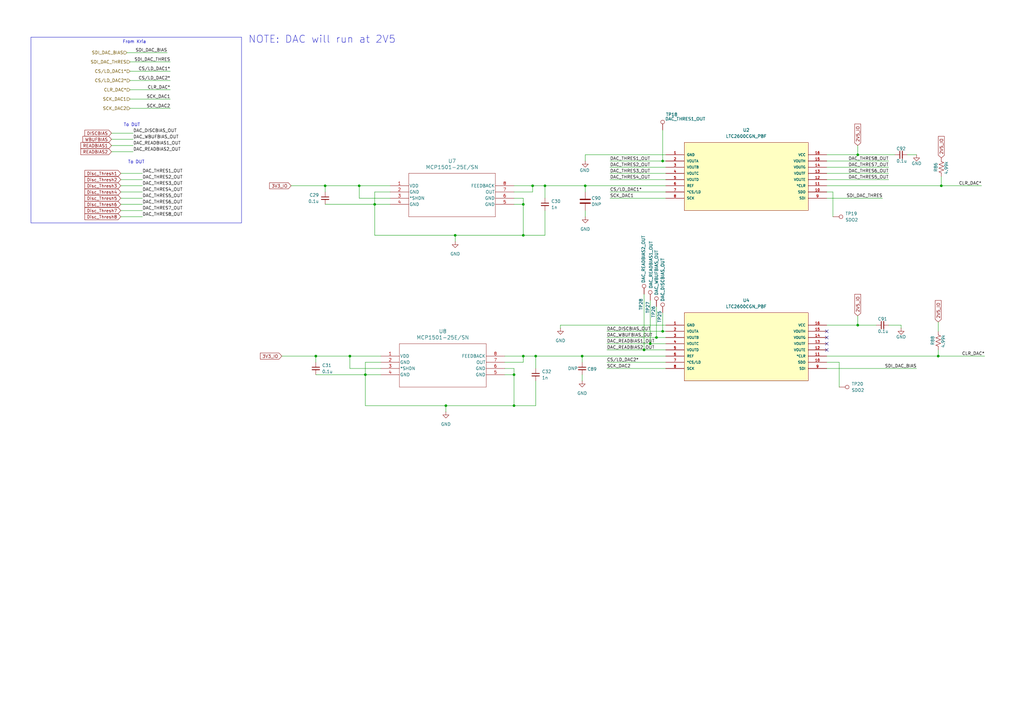
<source format=kicad_sch>
(kicad_sch (version 20250114) (generator "eeschema") (generator_version "9.0")
  (paper "A3")
  (lib_symbols
    (symbol "Connector:TestPoint" (pin_numbers (hide yes)) (pin_names (offset 0.762) (hide yes))
      (property "Reference" "TP" (at 0 6.858 0))
      (property "Value" "TestPoint" (at 0 5.08 0))
      (symbol "TestPoint_0_1"
        (circle (center 0 3.302) (radius 0.762))
      )
      (symbol "TestPoint_1_1"
        (pin passive line (at 0 0 90) (length 2.54) (name "1") (number "1"))
      )
    )
    (symbol "Device:C" (pin_numbers (hide yes)) (pin_names (offset 0.254))
      (property "Reference" "C" (at 0.635 2.54 0))
      (property "Value" "C" (at 0.635 -2.54 0))
      (symbol "C_0_1"
        (polyline (pts (xy -2.032 0.762) (xy 2.032 0.762)) (stroke (width 0.508)))
        (polyline (pts (xy -2.032 -0.762) (xy 2.032 -0.762)) (stroke (width 0.508)))
      )
      (symbol "C_1_1"
        (pin passive line (at 0 3.81 270) (length 2.794) (name "~") (number "1"))
        (pin passive line (at 0 -3.81 90) (length 2.794) (name "~") (number "2"))
      )
    )
    (symbol "Device:C_Small" (pin_numbers (hide yes)) (pin_names (offset 0.254) (hide yes))
      (property "Reference" "C" (at 0.254 1.778 0))
      (property "Value" "C_Small" (at 0.254 -2.032 0))
      (symbol "C_Small_0_1"
        (polyline (pts (xy -1.524 0.508) (xy 1.524 0.508)) (stroke (width 0.3048)))
        (polyline (pts (xy -1.524 -0.508) (xy 1.524 -0.508)) (stroke (width 0.3302)))
      )
      (symbol "C_Small_1_1"
        (pin passive line (at 0 2.54 270) (length 2.032) (name "~") (number "1"))
        (pin passive line (at 0 -2.54 90) (length 2.032) (name "~") (number "2"))
      )
    )
    (symbol "Device:R_US" (pin_numbers (hide yes)) (pin_names (offset 0))
      (property "Reference" "R" (at 2.54 0 90))
      (property "Value" "R_US" (at -2.54 0 90))
      (symbol "R_US_0_1"
        (polyline (pts (xy 0 2.286) (xy 0 2.54)))
        (polyline (pts (xy 0 2.286) (xy 1.016 1.905) (xy 0 1.524) (xy -1.016 1.143) (xy 0 0.762)))
        (polyline (pts (xy 0 0.762) (xy 1.016 0.381) (xy 0 0) (xy -1.016 -0.381) (xy 0 -0.762)))
        (polyline (pts (xy 0 -0.762) (xy 1.016 -1.143) (xy 0 -1.524) (xy -1.016 -1.905) (xy 0 -2.286)))
        (polyline (pts (xy 0 -2.286) (xy 0 -2.54)))
      )
      (symbol "R_US_1_1"
        (pin passive line (at 0 3.81 270) (length 1.27) (name "~") (number "1"))
        (pin passive line (at 0 -3.81 90) (length 1.27) (name "~") (number "2"))
      )
    )
    (symbol "MCP1501-25E_SN_1" (pin_names (offset 0.254))
      (property "Reference" "U" (at 25.4 10.16 0))
      (property "Value" "MCP1501-25E/SN" (at 25.4 7.62 0))
      (symbol "MCP1501-25E_SN_1_0_1"
        (polyline (pts (xy 7.62 5.08) (xy 7.62 -12.7)) (stroke (width 0.127)))
        (polyline (pts (xy 7.62 -12.7) (xy 43.18 -12.7)) (stroke (width 0.127)))
        (polyline (pts (xy 43.18 5.08) (xy 7.62 5.08)) (stroke (width 0.127)))
        (polyline (pts (xy 43.18 -12.7) (xy 43.18 5.08)) (stroke (width 0.127)))
        (pin power_in line (at 0 0 0) (length 7.62) (name "VDD") (number "1"))
        (pin input line (at 0 -5.08 0) (length 7.62) (name "*SHDN") (number "3"))
        (pin input line (at 50.8 0 180) (length 7.62) (name "FEEDBACK") (number "8"))
        (pin output line (at 50.8 -2.54 180) (length 7.62) (name "OUT") (number "7"))
      )
      (symbol "MCP1501-25E_SN_1_1_1"
        (pin power_in line (at 0 -2.54 0) (length 7.62) (name "GND") (number "2"))
        (pin power_in line (at 0 -7.62 0) (length 7.62) (name "GND") (number "4"))
        (pin power_in line (at 50.8 -5.08 180) (length 7.62) (name "GND") (number "6"))
        (pin power_in line (at 50.8 -7.62 180) (length 7.62) (name "GND") (number "5"))
      )
    )
    (symbol "PSEC5_ctrlbd:LTC2600CGN_PBF" (pin_names (offset 1.016))
      (property "Reference" "U" (at 28.2956 9.1186 0))
      (property "Value" "LTC2600CGN_PBF" (at 27.6606 6.5786 0))
      (symbol "LTC2600CGN_PBF_0_0"
        (rectangle (start 7.62 -22.86) (end 58.42 5.08) (stroke (width 0.1524)) (fill (type background)))
        (pin power_in line (at 0 0 0) (length 7.62) (name "GND") (number "1"))
        (pin output line (at 0 -2.54 0) (length 7.62) (name "VOUTA") (number "2"))
        (pin output line (at 0 -5.08 0) (length 7.62) (name "VOUTB") (number "3"))
        (pin output line (at 0 -7.62 0) (length 7.62) (name "VOUTC") (number "4"))
        (pin output line (at 0 -10.16 0) (length 7.62) (name "VOUTD") (number "5"))
        (pin input line (at 0 -12.7 0) (length 7.62) (name "REF") (number "6"))
        (pin input line (at 0 -15.24 0) (length 7.62) (name "*CS/LD") (number "7"))
        (pin input line (at 0 -17.78 0) (length 7.62) (name "SCK") (number "8"))
        (pin power_in line (at 66.04 0 180) (length 7.62) (name "VCC") (number "16"))
        (pin output line (at 66.04 -2.54 180) (length 7.62) (name "VOUTH") (number "15"))
        (pin output line (at 66.04 -5.08 180) (length 7.62) (name "VOUTG") (number "14"))
        (pin output line (at 66.04 -7.62 180) (length 7.62) (name "VOUTF") (number "13"))
        (pin output line (at 66.04 -10.16 180) (length 7.62) (name "VOUTE") (number "12"))
        (pin input line (at 66.04 -12.7 180) (length 7.62) (name "*CLR") (number "11"))
        (pin output line (at 66.04 -15.24 180) (length 7.62) (name "SDO") (number "10"))
        (pin input line (at 66.04 -17.78 180) (length 7.62) (name "SDI") (number "9"))
      )
    )
    (symbol "power:GND" (power) (pin_numbers (hide yes)) (pin_names (offset 0) (hide yes))
      (property "Value" "GND" (at 0 -3.81 0))
      (symbol "GND_0_1"
        (polyline (pts (xy 0 0) (xy 0 -1.27) (xy 1.27 -1.27) (xy 0 -2.54) (xy -1.27 -1.27) (xy 0 -1.27)))
      )
      (symbol "GND_1_1"
        (pin power_in line (at 0 0 270) (length 0) (name "~") (number "1"))
      )
    )
  )
  (rectangle (start 12.7 15.24) (end 99.06 91.44))
  (text "From Kria" (at 55.118 17.272 0) (effects (font (size 1.27 1.27))))
  (text "NOTE: DAC will run at 2V5\n" (at 132.08 16.256 0) (effects (font (size 3 3))))
  (text "To DUT\n" (at 55.88 66.548 0) (effects (font (size 1.27 1.27))))
  (text "To DUT" (at 54.102 51.308 0) (effects (font (size 1.27 1.27))))
  (junction (at 271.78 135.89))
  (junction (at 218.44 76.2))
  (junction (at 384.81 146.05))
  (junction (at 264.16 143.51))
  (junction (at 133.35 76.2))
  (junction (at 214.63 146.05))
  (junction (at 214.63 83.82))
  (junction (at 351.79 133.35))
  (junction (at 386.08 76.2))
  (junction (at 219.71 146.05))
  (junction (at 266.7 140.97))
  (junction (at 186.69 96.52))
  (junction (at 210.82 153.67))
  (junction (at 182.88 166.37))
  (junction (at 240.03 76.2))
  (junction (at 271.78 66.04))
  (junction (at 149.86 153.67))
  (junction (at 147.32 76.2))
  (junction (at 143.51 146.05))
  (junction (at 223.52 76.2))
  (junction (at 214.63 96.52))
  (junction (at 269.24 138.43))
  (junction (at 238.76 146.05))
  (junction (at 210.82 166.37))
  (junction (at 351.79 63.5))
  (junction (at 129.54 146.05))
  (junction (at 153.67 83.82))
  (no_connect (at 339.09 143.51))
  (no_connect (at 339.09 138.43))
  (no_connect (at 339.09 140.97))
  (no_connect (at 339.09 135.89))
  (wire (pts (xy 69.85 29.21) (xy 53.34 29.21)))
  (wire (pts (xy 129.54 146.05) (xy 143.51 146.05)))
  (wire (pts (xy 210.82 151.13) (xy 210.82 153.67)))
  (wire (pts (xy 248.92 148.59) (xy 273.05 148.59)))
  (wire (pts (xy 351.79 133.35) (xy 359.41 133.35)))
  (wire (pts (xy 153.67 83.82) (xy 160.02 83.82)))
  (wire (pts (xy 351.79 63.5) (xy 367.03 63.5)))
  (wire (pts (xy 386.08 72.39) (xy 386.08 76.2)))
  (wire (pts (xy 58.42 81.28) (xy 49.53 81.28)))
  (wire (pts (xy 271.78 66.04) (xy 273.05 66.04)))
  (wire (pts (xy 207.01 151.13) (xy 210.82 151.13)))
  (wire (pts (xy 223.52 76.2) (xy 240.03 76.2)))
  (wire (pts (xy 264.16 120.65) (xy 264.16 143.51)))
  (wire (pts (xy 264.16 143.51) (xy 273.05 143.51)))
  (wire (pts (xy 240.03 63.5) (xy 273.05 63.5)))
  (wire (pts (xy 248.92 135.89) (xy 271.78 135.89)))
  (wire (pts (xy 160.02 81.28) (xy 147.32 81.28)))
  (wire (pts (xy 153.67 96.52) (xy 153.67 83.82)))
  (wire (pts (xy 210.82 153.67) (xy 210.82 166.37)))
  (wire (pts (xy 266.7 140.97) (xy 273.05 140.97)))
  (wire (pts (xy 238.76 153.67) (xy 238.76 156.21)))
  (wire (pts (xy 250.19 66.04) (xy 271.78 66.04)))
  (wire (pts (xy 339.09 81.28) (xy 361.95 81.28)))
  (wire (pts (xy 218.44 76.2) (xy 223.52 76.2)))
  (wire (pts (xy 339.09 146.05) (xy 384.81 146.05)))
  (wire (pts (xy 384.81 132.08) (xy 384.81 135.89)))
  (wire (pts (xy 53.34 25.4) (xy 69.85 25.4)))
  (wire (pts (xy 69.85 44.45) (xy 53.34 44.45)))
  (wire (pts (xy 207.01 146.05) (xy 214.63 146.05)))
  (wire (pts (xy 223.52 96.52) (xy 214.63 96.52)))
  (wire (pts (xy 238.76 146.05) (xy 273.05 146.05)))
  (wire (pts (xy 219.71 166.37) (xy 210.82 166.37)))
  (wire (pts (xy 149.86 153.67) (xy 156.21 153.67)))
  (wire (pts (xy 129.54 146.05) (xy 129.54 148.59)))
  (wire (pts (xy 240.03 66.04) (xy 240.03 63.5)))
  (wire (pts (xy 339.09 133.35) (xy 351.79 133.35)))
  (wire (pts (xy 351.79 129.54) (xy 351.79 133.35)))
  (wire (pts (xy 69.85 36.83) (xy 53.34 36.83)))
  (wire (pts (xy 339.09 76.2) (xy 386.08 76.2)))
  (wire (pts (xy 147.32 81.28) (xy 147.32 76.2)))
  (wire (pts (xy 69.85 33.02) (xy 53.34 33.02)))
  (wire (pts (xy 386.08 76.2) (xy 402.59 76.2)))
  (wire (pts (xy 266.7 123.19) (xy 266.7 140.97)))
  (wire (pts (xy 344.17 148.59) (xy 344.17 158.75)))
  (wire (pts (xy 341.63 78.74) (xy 339.09 78.74)))
  (wire (pts (xy 210.82 78.74) (xy 218.44 78.74)))
  (wire (pts (xy 143.51 146.05) (xy 156.21 146.05)))
  (wire (pts (xy 248.92 151.13) (xy 273.05 151.13)))
  (wire (pts (xy 186.69 96.52) (xy 214.63 96.52)))
  (wire (pts (xy 271.78 128.27) (xy 271.78 135.89)))
  (wire (pts (xy 54.61 59.69) (xy 45.72 59.69)))
  (wire (pts (xy 269.24 125.73) (xy 269.24 138.43)))
  (wire (pts (xy 219.71 146.05) (xy 219.71 151.13)))
  (wire (pts (xy 143.51 151.13) (xy 143.51 146.05)))
  (wire (pts (xy 273.05 133.35) (xy 229.87 133.35)))
  (wire (pts (xy 214.63 148.59) (xy 214.63 146.05)))
  (wire (pts (xy 219.71 146.05) (xy 238.76 146.05)))
  (wire (pts (xy 339.09 68.58) (xy 364.49 68.58)))
  (wire (pts (xy 214.63 83.82) (xy 214.63 96.52)))
  (wire (pts (xy 52.07 21.59) (xy 68.58 21.59)))
  (wire (pts (xy 229.87 133.35) (xy 229.87 134.62)))
  (wire (pts (xy 339.09 151.13) (xy 375.92 151.13)))
  (wire (pts (xy 218.44 78.74) (xy 218.44 76.2)))
  (wire (pts (xy 248.92 138.43) (xy 269.24 138.43)))
  (wire (pts (xy 364.49 133.35) (xy 369.57 133.35)))
  (wire (pts (xy 240.03 86.36) (xy 240.03 88.9)))
  (wire (pts (xy 250.19 81.28) (xy 273.05 81.28)))
  (wire (pts (xy 341.63 78.74) (xy 341.63 88.9)))
  (wire (pts (xy 250.19 78.74) (xy 273.05 78.74)))
  (wire (pts (xy 271.78 135.89) (xy 273.05 135.89)))
  (wire (pts (xy 58.42 73.66) (xy 49.53 73.66)))
  (wire (pts (xy 339.09 148.59) (xy 344.17 148.59)))
  (wire (pts (xy 54.61 62.23) (xy 45.72 62.23)))
  (wire (pts (xy 58.42 83.82) (xy 49.53 83.82)))
  (wire (pts (xy 58.42 86.36) (xy 49.53 86.36)))
  (wire (pts (xy 207.01 153.67) (xy 210.82 153.67)))
  (wire (pts (xy 339.09 63.5) (xy 351.79 63.5)))
  (wire (pts (xy 214.63 146.05) (xy 219.71 146.05)))
  (wire (pts (xy 210.82 81.28) (xy 214.63 81.28)))
  (wire (pts (xy 271.78 53.34) (xy 271.78 66.04)))
  (wire (pts (xy 238.76 146.05) (xy 238.76 148.59)))
  (wire (pts (xy 240.03 76.2) (xy 240.03 78.74)))
  (wire (pts (xy 240.03 76.2) (xy 273.05 76.2)))
  (wire (pts (xy 223.52 76.2) (xy 223.52 81.28)))
  (wire (pts (xy 133.35 76.2) (xy 133.35 78.74)))
  (wire (pts (xy 219.71 156.21) (xy 219.71 166.37)))
  (wire (pts (xy 58.42 76.2) (xy 49.53 76.2)))
  (wire (pts (xy 133.35 76.2) (xy 147.32 76.2)))
  (wire (pts (xy 384.81 143.51) (xy 384.81 146.05)))
  (wire (pts (xy 339.09 71.12) (xy 364.49 71.12)))
  (wire (pts (xy 58.42 71.12) (xy 49.53 71.12)))
  (wire (pts (xy 339.09 66.04) (xy 364.49 66.04)))
  (wire (pts (xy 339.09 73.66) (xy 364.49 73.66)))
  (wire (pts (xy 147.32 76.2) (xy 160.02 76.2)))
  (wire (pts (xy 186.69 96.52) (xy 153.67 96.52)))
  (wire (pts (xy 250.19 71.12) (xy 273.05 71.12)))
  (wire (pts (xy 269.24 138.43) (xy 273.05 138.43)))
  (wire (pts (xy 54.61 57.15) (xy 45.72 57.15)))
  (wire (pts (xy 156.21 151.13) (xy 143.51 151.13)))
  (wire (pts (xy 214.63 81.28) (xy 214.63 83.82)))
  (wire (pts (xy 149.86 166.37) (xy 149.86 153.67)))
  (wire (pts (xy 372.11 63.5) (xy 375.92 63.5)))
  (wire (pts (xy 210.82 166.37) (xy 182.88 166.37)))
  (wire (pts (xy 210.82 76.2) (xy 218.44 76.2)))
  (wire (pts (xy 207.01 148.59) (xy 214.63 148.59)))
  (wire (pts (xy 58.42 88.9) (xy 49.53 88.9)))
  (wire (pts (xy 119.38 76.2) (xy 133.35 76.2)))
  (wire (pts (xy 149.86 166.37) (xy 182.88 166.37)))
  (wire (pts (xy 248.92 140.97) (xy 266.7 140.97)))
  (wire (pts (xy 250.19 73.66) (xy 273.05 73.66)))
  (wire (pts (xy 384.81 146.05) (xy 403.86 146.05)))
  (wire (pts (xy 69.85 40.64) (xy 53.34 40.64)))
  (wire (pts (xy 133.35 83.82) (xy 153.67 83.82)))
  (wire (pts (xy 129.54 153.67) (xy 149.86 153.67)))
  (wire (pts (xy 153.67 83.82) (xy 153.67 78.74)))
  (wire (pts (xy 369.57 133.35) (xy 369.57 134.62)))
  (wire (pts (xy 149.86 148.59) (xy 156.21 148.59)))
  (wire (pts (xy 58.42 78.74) (xy 49.53 78.74)))
  (wire (pts (xy 54.61 54.61) (xy 45.72 54.61)))
  (wire (pts (xy 153.67 78.74) (xy 160.02 78.74)))
  (wire (pts (xy 250.19 68.58) (xy 273.05 68.58)))
  (wire (pts (xy 351.79 59.69) (xy 351.79 63.5)))
  (wire (pts (xy 149.86 153.67) (xy 149.86 148.59)))
  (wire (pts (xy 186.69 96.52) (xy 186.69 99.06)))
  (wire (pts (xy 210.82 83.82) (xy 214.63 83.82)))
  (wire (pts (xy 115.57 146.05) (xy 129.54 146.05)))
  (wire (pts (xy 182.88 166.37) (xy 182.88 168.91)))
  (wire (pts (xy 223.52 86.36) (xy 223.52 96.52)))
  (wire (pts (xy 248.92 143.51) (xy 264.16 143.51)))
  (label "DAC_THRES8_OUT" (at 58.42 88.9 0))
  (label "CLR_DAC*" (at 402.59 76.2 180))
  (label "CLR_DAC*" (at 69.85 36.83 180))
  (label "DAC_READBIAS2_OUT" (at 54.61 62.23 0))
  (label "SCK_DAC1" (at 69.85 40.64 180))
  (label "DAC_THRES6_OUT" (at 58.42 83.82 0))
  (label "DAC_THRES5_OUT" (at 58.42 81.28 0))
  (label "DAC_READBIAS1_OUT" (at 248.92 140.97 0))
  (label "SDI_DAC_THRES" (at 69.85 25.4 180))
  (label "CS{slash}LD_DAC1*" (at 69.85 29.21 180))
  (label "SCK_DAC2" (at 248.92 151.13 0))
  (label "CLR_DAC*" (at 403.86 146.05 180))
  (label "DAC_WBUFBIAS_OUT" (at 54.61 57.15 0))
  (label "DAC_THRES2_OUT" (at 250.19 68.58 0))
  (label "DAC_THRES3_OUT" (at 250.19 71.12 0))
  (label "SDI_DAC_BIAS" (at 375.92 151.13 180))
  (label "DAC_THRES1_OUT" (at 58.42 71.12 0))
  (label "DAC_THRES8_OUT" (at 364.49 66.04 180))
  (label "CS{slash}LD_DAC2*" (at 248.92 148.59 0))
  (label "DAC_THRES5_OUT" (at 364.49 73.66 180))
  (label "DAC_THRES7_OUT" (at 58.42 86.36 0))
  (label "SCK_DAC2" (at 69.85 44.45 180))
  (label "DAC_THRES6_OUT" (at 364.49 71.12 180))
  (label "CS{slash}LD_DAC2*" (at 69.85 33.02 180))
  (label "SDI_DAC_THRES" (at 361.95 81.28 180))
  (label "DAC_READBIAS2_OUT" (at 248.92 143.51 0))
  (label "DAC_THRES1_OUT" (at 250.19 66.04 0))
  (label "DAC_WBUFBIAS_OUT" (at 248.92 138.43 0))
  (label "SDI_DAC_BIAS" (at 68.58 21.59 180))
  (label "DAC_READBIAS1_OUT" (at 54.61 59.69 0))
  (label "DAC_THRES2_OUT" (at 58.42 73.66 0))
  (label "DAC_THRES4_OUT" (at 58.42 78.74 0))
  (label "CS{slash}LD_DAC1*" (at 250.19 78.74 0))
  (label "DAC_DISCBIAS_OUT" (at 248.92 135.89 0))
  (label "DAC_THRES7_OUT" (at 364.49 68.58 180))
  (label "DAC_THRES4_OUT" (at 250.19 73.66 0))
  (label "DAC_DISCBIAS_OUT" (at 54.61 54.61 0))
  (label "DAC_THRES3_OUT" (at 58.42 76.2 0))
  (label "SCK_DAC1" (at 250.19 81.28 0))
  (global_label "Disc_Thresh1" (shape input) (at 49.53 71.12 180) (property "Intersheetrefs" "${INTERSHEET_REFS}" (effects (hide yes))))
  (global_label "Disc_Thresh4" (shape input) (at 49.53 78.74 180) (property "Intersheetrefs" "${INTERSHEET_REFS}" (effects (hide yes))))
  (global_label "READBIAS1" (shape input) (at 45.72 59.69 180) (property "Intersheetrefs" "${INTERSHEET_REFS}" (effects (hide yes))))
  (global_label "Disc_Thresh8" (shape input) (at 49.53 88.9 180) (property "Intersheetrefs" "${INTERSHEET_REFS}" (effects (hide yes))))
  (global_label "Disc_Thresh2" (shape input) (at 49.53 73.66 180) (property "Intersheetrefs" "${INTERSHEET_REFS}" (effects (hide yes))))
  (global_label "Disc_Thresh7" (shape input) (at 49.53 86.36 180) (property "Intersheetrefs" "${INTERSHEET_REFS}" (effects (hide yes))))
  (global_label "2V5_IO" (shape input) (at 384.81 132.08 90) (property "Intersheetrefs" "${INTERSHEET_REFS}" (effects (hide yes))))
  (global_label "3V3_IO" (shape input) (at 115.57 146.05 180) (property "Intersheetrefs" "${INTERSHEET_REFS}" (effects (hide yes))))
  (global_label "Disc_Thresh6" (shape input) (at 49.53 83.82 180) (property "Intersheetrefs" "${INTERSHEET_REFS}" (effects (hide yes))))
  (global_label "Disc_Thresh5" (shape input) (at 49.53 81.28 180) (property "Intersheetrefs" "${INTERSHEET_REFS}" (effects (hide yes))))
  (global_label "DISCBIAS" (shape input) (at 45.72 54.61 180) (property "Intersheetrefs" "${INTERSHEET_REFS}" (effects (hide yes))))
  (global_label "2V5_IO" (shape input) (at 386.08 64.77 90) (property "Intersheetrefs" "${INTERSHEET_REFS}" (effects (hide yes))))
  (global_label "READBIAS2" (shape input) (at 45.72 62.23 180) (property "Intersheetrefs" "${INTERSHEET_REFS}" (effects (hide yes))))
  (global_label "2V5_IO" (shape input) (at 351.79 129.54 90) (property "Intersheetrefs" "${INTERSHEET_REFS}" (effects (hide yes))))
  (global_label "WBUFBIAS" (shape input) (at 45.72 57.15 180) (property "Intersheetrefs" "${INTERSHEET_REFS}" (effects (hide yes))))
  (global_label "2V5_IO" (shape input) (at 351.79 59.69 90) (property "Intersheetrefs" "${INTERSHEET_REFS}" (effects (hide yes))))
  (global_label "Disc_Thresh3" (shape input) (at 49.53 76.2 180) (property "Intersheetrefs" "${INTERSHEET_REFS}" (effects (hide yes))))
  (global_label "3V3_IO" (shape input) (at 119.38 76.2 180) (property "Intersheetrefs" "${INTERSHEET_REFS}" (effects (hide yes))))
  (hierarchical_label "CS{slash}LD_DAC1*" (shape input) (at 53.34 29.21 180))
  (hierarchical_label "SCK_DAC2" (shape input) (at 53.34 44.45 180))
  (hierarchical_label "SDI_DAC_THRES" (shape input) (at 53.34 25.4 180))
  (hierarchical_label "SCK_DAC1" (shape input) (at 53.34 40.64 180))
  (hierarchical_label "CLR_DAC*" (shape input) (at 53.34 36.83 180))
  (hierarchical_label "CS{slash}LD_DAC2*" (shape input) (at 53.34 33.02 180))
  (hierarchical_label "SDI_DAC_BIAS" (shape input) (at 52.07 21.59 180))
  (symbol (lib_id "Device:C_Small") (at 223.52 83.82 0) (unit 1)
    (property "Reference" "C30" (at 226.06 82.5562 0) (effects (justify left)))
    (property "Value" "1n" (at 226.06 85.0962 0) (effects (justify left)))
    (property "Footprint" "Capacitor_SMD:C_0603_1608Metric" (effects (hide yes)))
    (property "Description" "Unpolarized capacitor, small symbol" (effects (hide yes)))
  )
  (symbol (lib_id "Device:C_Small") (at 129.54 151.13 0) (unit 1)
    (property "Reference" "C31" (at 132.08 149.8662 0) (effects (justify left)))
    (property "Value" "0.1u" (at 132.08 152.4062 0) (effects (justify left)))
    (property "Footprint" "Capacitor_SMD:C_0603_1608Metric" (effects (hide yes)))
    (property "Description" "Unpolarized capacitor, small symbol" (effects (hide yes)))
  )
  (symbol (lib_id "Device:C_Small") (at 369.57 63.5 90) (unit 1)
    (property "Reference" "C92" (at 369.57 60.96 90))
    (property "Value" "0.1u" (at 369.824 66.04 90))
    (property "Footprint" "Capacitor_SMD:C_0603_1608Metric" (effects (hide yes)))
    (property "Description" "Unpolarized capacitor, small symbol" (effects (hide yes)))
  )
  (symbol (lib_id "Connector:TestPoint") (at 264.16 120.65 0) (unit 1)
    (property "Reference" "TP28" (at 262.89 127.254 90) (effects (justify left)))
    (property "Value" "DAC_READBIAS2_OUT" (at 263.906 116.078 90) (effects (justify left)))
    (property "Footprint" "TestPoint:TestPoint_THTPad_1.5x1.5mm_Drill0.7mm" (effects (hide yes)))
    (property "Description" "test point" (effects (hide yes)))
  )
  (symbol (lib_id "Device:R_US") (at 386.08 68.58 180) (unit 1)
    (property "Reference" "R86" (at 383.794 68.58 90))
    (property "Value" "4.99k" (at 388.112 68.834 90))
    (property "Footprint" "Capacitor_SMD:C_0603_1608Metric" (effects (hide yes)))
    (property "Description" "Resistor, US symbol" (effects (hide yes)))
  )
  (symbol (lib_id "Connector:TestPoint") (at 341.63 88.9 270) (unit 1)
    (property "Reference" "TP19" (at 346.71 87.6299 90) (effects (justify left)))
    (property "Value" "SDO2" (at 346.71 90.1699 90) (effects (justify left)))
    (property "Footprint" "TestPoint:TestPoint_THTPad_1.5x1.5mm_Drill0.7mm" (effects (hide yes)))
    (property "Description" "test point" (effects (hide yes)))
  )
  (symbol (lib_id "power:GND") (at 238.76 156.21 0) (unit 1)
    (property "Reference" "#PWR0111" (effects (hide yes)))
    (property "Value" "GND" (at 238.76 161.29 0))
    (property "Description" "Power symbol creates a global label with name \"GND\" , ground" (effects (hide yes)))
  )
  (symbol (lib_id "power:GND") (at 186.69 99.06 0) (unit 1)
    (property "Reference" "#PWR028" (effects (hide yes)))
    (property "Value" "GND" (at 186.69 104.14 0))
    (property "Description" "Power symbol creates a global label with name \"GND\" , ground" (effects (hide yes)))
  )
  (symbol (lib_id "power:GND") (at 240.03 88.9 0) (unit 1)
    (property "Reference" "#PWR030" (effects (hide yes)))
    (property "Value" "GND" (at 240.03 93.98 0))
    (property "Description" "Power symbol creates a global label with name \"GND\" , ground" (effects (hide yes)))
  )
  (symbol (lib_id "Device:C") (at 240.03 82.55 0) (unit 1)
    (property "Reference" "C90" (at 242.57 81.28 0) (effects (justify left)))
    (property "Value" "DNP" (at 242.57 83.82 0) (effects (justify left)))
    (property "Footprint" "Capacitor_SMD:C_0603_1608Metric" (effects (hide yes)))
    (property "Description" "Unpolarized capacitor" (effects (hide yes)))
  )
  (symbol (lib_id "Device:C_Small") (at 219.71 153.67 0) (unit 1)
    (property "Reference" "C32" (at 222.25 152.4062 0) (effects (justify left)))
    (property "Value" "1n" (at 222.25 154.9462 0) (effects (justify left)))
    (property "Footprint" "Capacitor_SMD:C_0603_1608Metric" (effects (hide yes)))
    (property "Description" "Unpolarized capacitor, small symbol" (effects (hide yes)))
  )
  (symbol (lib_id "power:GND") (at 240.03 66.04 0) (unit 1)
    (property "Reference" "#PWR0112" (effects (hide yes)))
    (property "Value" "GND" (at 239.776 69.85 0))
    (property "Description" "Power symbol creates a global label with name \"GND\" , ground" (effects (hide yes)))
  )
  (symbol (lib_name "MCP1501-25E_SN_1") (lib_id "PSEC5_ctrlbd:MCP1501-25E_SN") (at 156.21 146.05 0) (unit 1)
    (property "Reference" "U8" (at 181.61 135.89 0) (effects (font (size 1.524 1.524))))
    (property "Value" "MCP1501-25E/SN" (at 181.61 138.43 0) (effects (font (size 1.524 1.524))))
    (property "Footprint" "MCP1501_25E_SN:SOIC8_NARROW_SN_MCH" (effects (hide yes)))
    (property "Datasheet" "MCP1501-25E/SN" (effects (hide yes)))
  )
  (symbol (lib_id "power:GND") (at 229.87 134.62 0) (unit 1)
    (property "Reference" "#PWR0110" (effects (hide yes)))
    (property "Value" "GND" (at 229.87 139.7 0))
    (property "Description" "Power symbol creates a global label with name \"GND\" , ground" (effects (hide yes)))
  )
  (symbol (lib_id "PSEC5_ctrlbd:LTC2600CGN_PBF") (at 273.05 133.35 0) (unit 1)
    (property "Reference" "U4" (at 306.07 123.19 0))
    (property "Value" "LTC2600CGN_PBF" (at 306.07 125.73 0))
    (property "Footprint" "LTC2600CGN_PBF:SSOP-16_GN" (effects (hide yes)))
    (property "MF" "Analog Devices" (effects (hide yes)))
    (property "VENDOR" "Linear Technology" (effects (hide yes)))
    (property "Description_1" "\nLinear Technology Ltc2600cgn#Pbf / Ic Dac Octal r-r 16bit 16ssop\n" (effects (hide yes)))
    (property "Package" "SSOP-16 Linear Technology" (effects (hide yes)))
    (property "Price" "None" (effects (hide yes)))
    (property "Check_prices" "https://www.snapeda.com/parts/LTC2600CGN%23PBF/Analog+Devices/view-part/?ref=eda" (effects (hide yes)))
    (property "SnapEDA_Link" "https://www.snapeda.com/parts/LTC2600CGN%23PBF/Analog+Devices/view-part/?ref=snap" (effects (hide yes)))
    (property "MP" "LTC2600CGN#PBF" (effects (hide yes)))
    (property "Availability" "In Stock" (effects (hide yes)))
    (property "MANUFACTURER_PART_NUMBER" "ltc2600cgn" (effects (hide yes)))
  )
  (symbol (lib_name "MCP1501-25E_SN_1") (lib_id "PSEC5_ctrlbd:MCP1501-25E_SN") (at 160.02 76.2 0) (unit 1)
    (property "Reference" "U7" (at 185.42 66.04 0) (effects (font (size 1.524 1.524))))
    (property "Value" "MCP1501-25E/SN" (at 185.42 68.58 0) (effects (font (size 1.524 1.524))))
    (property "Footprint" "MCP1501_25E_SN:SOIC8_NARROW_SN_MCH" (effects (hide yes)))
    (property "Datasheet" "MCP1501-25E/SN" (effects (hide yes)))
  )
  (symbol (lib_id "Connector:TestPoint") (at 271.78 53.34 0) (unit 1)
    (property "Reference" "TP18" (at 273.05 46.99 0) (effects (justify left)))
    (property "Value" "DAC_THRES1_OUT" (at 272.796 48.768 0) (effects (justify left)))
    (property "Footprint" "TestPoint:TestPoint_THTPad_1.5x1.5mm_Drill0.7mm" (effects (hide yes)))
    (property "Description" "test point" (effects (hide yes)))
  )
  (symbol (lib_id "Device:C_Small") (at 361.95 133.35 90) (unit 1)
    (property "Reference" "C91" (at 361.95 130.81 90))
    (property "Value" "0.1u" (at 362.204 135.89 90))
    (property "Footprint" "Capacitor_SMD:C_0603_1608Metric" (effects (hide yes)))
    (property "Description" "Unpolarized capacitor, small symbol" (effects (hide yes)))
  )
  (symbol (lib_id "Connector:TestPoint") (at 271.78 128.27 0) (unit 1)
    (property "Reference" "TP25" (at 270.51 132.334 90) (effects (justify left)))
    (property "Value" "DAC_DISCBIAS_OUT" (at 271.78 123.698 90) (effects (justify left)))
    (property "Footprint" "TestPoint:TestPoint_THTPad_1.5x1.5mm_Drill0.7mm" (effects (hide yes)))
    (property "Description" "test point" (effects (hide yes)))
  )
  (symbol (lib_id "power:GND") (at 375.92 63.5 0) (unit 1)
    (property "Reference" "#PWR0117" (effects (hide yes)))
    (property "Value" "GND" (at 375.92 67.056 0))
    (property "Description" "Power symbol creates a global label with name \"GND\" , ground" (effects (hide yes)))
  )
  (symbol (lib_id "Device:C_Small") (at 133.35 81.28 0) (mirror y) (unit 1)
    (property "Reference" "C29" (at 130.81 80.0162 0) (effects (justify left)))
    (property "Value" "0.1u" (at 130.81 82.5562 0) (effects (justify left)))
    (property "Footprint" "Capacitor_SMD:C_0603_1608Metric" (effects (hide yes)))
    (property "Description" "Unpolarized capacitor, small symbol" (effects (hide yes)))
  )
  (symbol (lib_id "PSEC5_ctrlbd:LTC2600CGN_PBF") (at 273.05 63.5 0) (unit 1)
    (property "Reference" "U2" (at 306.07 53.34 0))
    (property "Value" "LTC2600CGN_PBF" (at 306.07 55.88 0))
    (property "Footprint" "LTC2600CGN_PBF:SSOP-16_GN" (effects (hide yes)))
    (property "MF" "Analog Devices" (effects (hide yes)))
    (property "VENDOR" "Linear Technology" (effects (hide yes)))
    (property "Description_1" "\nLinear Technology Ltc2600cgn#Pbf / Ic Dac Octal r-r 16bit 16ssop\n" (effects (hide yes)))
    (property "Package" "SSOP-16 Linear Technology" (effects (hide yes)))
    (property "Price" "None" (effects (hide yes)))
    (property "Check_prices" "https://www.snapeda.com/parts/LTC2600CGN%23PBF/Analog+Devices/view-part/?ref=eda" (effects (hide yes)))
    (property "SnapEDA_Link" "https://www.snapeda.com/parts/LTC2600CGN%23PBF/Analog+Devices/view-part/?ref=snap" (effects (hide yes)))
    (property "MP" "LTC2600CGN#PBF" (effects (hide yes)))
    (property "Availability" "In Stock" (effects (hide yes)))
    (property "MANUFACTURER_PART_NUMBER" "ltc2600cgn" (effects (hide yes)))
  )
  (symbol (lib_id "power:GND") (at 369.57 134.62 0) (unit 1)
    (property "Reference" "#PWR0116" (effects (hide yes)))
    (property "Value" "GND" (at 369.57 138.176 0))
    (property "Description" "Power symbol creates a global label with name \"GND\" , ground" (effects (hide yes)))
  )
  (symbol (lib_id "Connector:TestPoint") (at 266.7 123.19 0) (unit 1)
    (property "Reference" "TP27" (at 265.684 128.524 90) (effects (justify left)))
    (property "Value" "DAC_READBIAS1_OUT" (at 266.954 118.364 90) (effects (justify left)))
    (property "Footprint" "TestPoint:TestPoint_THTPad_1.5x1.5mm_Drill0.7mm" (effects (hide yes)))
    (property "Description" "test point" (effects (hide yes)))
  )
  (symbol (lib_id "Connector:TestPoint") (at 344.17 158.75 270) (unit 1)
    (property "Reference" "TP20" (at 349.25 157.4799 90) (effects (justify left)))
    (property "Value" "SDO2" (at 349.25 160.0199 90) (effects (justify left)))
    (property "Footprint" "TestPoint:TestPoint_THTPad_1.5x1.5mm_Drill0.7mm" (effects (hide yes)))
    (property "Description" "test point" (effects (hide yes)))
  )
  (symbol (lib_id "Device:C_Small") (at 238.76 151.13 0) (unit 1)
    (property "Reference" "C89" (at 242.824 151.384 0))
    (property "Value" "DNP" (at 234.95 151.13 0))
    (property "Footprint" "Capacitor_SMD:C_0603_1608Metric" (effects (hide yes)))
    (property "Description" "Unpolarized capacitor, small symbol" (effects (hide yes)))
  )
  (symbol (lib_id "Connector:TestPoint") (at 269.24 125.73 0) (unit 1)
    (property "Reference" "TP26" (at 267.97 130.302 90) (effects (justify left)))
    (property "Value" "DAC_WBUFBIAS_OUT" (at 269.24 121.158 90) (effects (justify left)))
    (property "Footprint" "TestPoint:TestPoint_THTPad_1.5x1.5mm_Drill0.7mm" (effects (hide yes)))
    (property "Description" "test point" (effects (hide yes)))
  )
  (symbol (lib_id "power:GND") (at 182.88 168.91 0) (unit 1)
    (property "Reference" "#PWR033" (effects (hide yes)))
    (property "Value" "GND" (at 182.88 173.99 0))
    (property "Description" "Power symbol creates a global label with name \"GND\" , ground" (effects (hide yes)))
  )
  (symbol (lib_id "Device:R_US") (at 384.81 139.7 180) (unit 1)
    (property "Reference" "R88" (at 382.524 139.7 90))
    (property "Value" "4.99k" (at 386.842 139.954 90))
    (property "Footprint" "Capacitor_SMD:C_0603_1608Metric" (effects (hide yes)))
    (property "Description" "Resistor, US symbol" (effects (hide yes)))
  )
)
</source>
